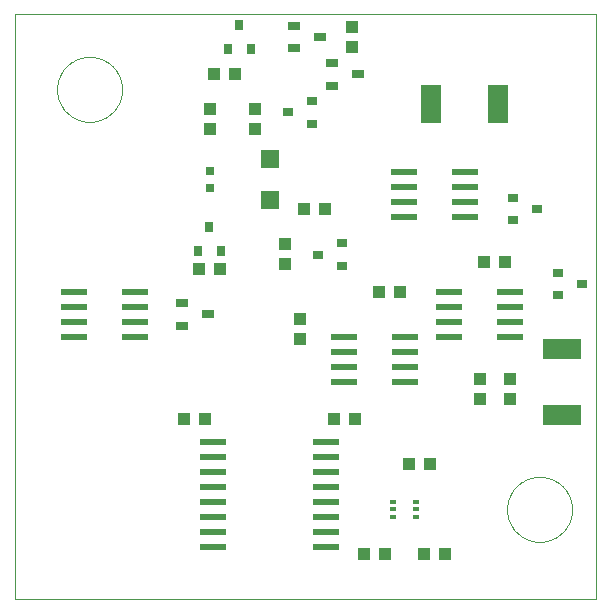
<source format=gtp>
G75*
%MOIN*%
%OFA0B0*%
%FSLAX25Y25*%
%IPPOS*%
%LPD*%
%AMOC8*
5,1,8,0,0,1.08239X$1,22.5*
%
%ADD10C,0.00000*%
%ADD11R,0.03937X0.04331*%
%ADD12R,0.04331X0.03937*%
%ADD13R,0.08661X0.02362*%
%ADD14R,0.03937X0.02756*%
%ADD15R,0.03150X0.03150*%
%ADD16R,0.05906X0.05906*%
%ADD17R,0.12598X0.07087*%
%ADD18R,0.07087X0.12598*%
%ADD19R,0.03100X0.03500*%
%ADD20R,0.03500X0.03100*%
%ADD21R,0.02362X0.01575*%
D10*
X0003450Y0001250D02*
X0003450Y0196211D01*
X0197151Y0196211D01*
X0197151Y0001250D01*
X0003450Y0001250D01*
X0017623Y0171250D02*
X0017626Y0171516D01*
X0017636Y0171781D01*
X0017652Y0172046D01*
X0017675Y0172311D01*
X0017704Y0172575D01*
X0017740Y0172839D01*
X0017782Y0173101D01*
X0017831Y0173362D01*
X0017886Y0173622D01*
X0017947Y0173881D01*
X0018015Y0174138D01*
X0018089Y0174393D01*
X0018169Y0174646D01*
X0018256Y0174898D01*
X0018348Y0175147D01*
X0018447Y0175393D01*
X0018552Y0175638D01*
X0018663Y0175879D01*
X0018779Y0176118D01*
X0018901Y0176354D01*
X0019030Y0176587D01*
X0019163Y0176816D01*
X0019303Y0177042D01*
X0019448Y0177265D01*
X0019598Y0177484D01*
X0019754Y0177700D01*
X0019915Y0177911D01*
X0020081Y0178119D01*
X0020252Y0178322D01*
X0020428Y0178521D01*
X0020609Y0178716D01*
X0020794Y0178906D01*
X0020984Y0179091D01*
X0021179Y0179272D01*
X0021378Y0179448D01*
X0021581Y0179619D01*
X0021789Y0179785D01*
X0022000Y0179946D01*
X0022216Y0180102D01*
X0022435Y0180252D01*
X0022658Y0180397D01*
X0022884Y0180537D01*
X0023113Y0180670D01*
X0023346Y0180799D01*
X0023582Y0180921D01*
X0023821Y0181037D01*
X0024062Y0181148D01*
X0024307Y0181253D01*
X0024553Y0181352D01*
X0024802Y0181444D01*
X0025054Y0181531D01*
X0025307Y0181611D01*
X0025562Y0181685D01*
X0025819Y0181753D01*
X0026078Y0181814D01*
X0026338Y0181869D01*
X0026599Y0181918D01*
X0026861Y0181960D01*
X0027125Y0181996D01*
X0027389Y0182025D01*
X0027654Y0182048D01*
X0027919Y0182064D01*
X0028184Y0182074D01*
X0028450Y0182077D01*
X0028716Y0182074D01*
X0028981Y0182064D01*
X0029246Y0182048D01*
X0029511Y0182025D01*
X0029775Y0181996D01*
X0030039Y0181960D01*
X0030301Y0181918D01*
X0030562Y0181869D01*
X0030822Y0181814D01*
X0031081Y0181753D01*
X0031338Y0181685D01*
X0031593Y0181611D01*
X0031846Y0181531D01*
X0032098Y0181444D01*
X0032347Y0181352D01*
X0032593Y0181253D01*
X0032838Y0181148D01*
X0033079Y0181037D01*
X0033318Y0180921D01*
X0033554Y0180799D01*
X0033787Y0180670D01*
X0034016Y0180537D01*
X0034242Y0180397D01*
X0034465Y0180252D01*
X0034684Y0180102D01*
X0034900Y0179946D01*
X0035111Y0179785D01*
X0035319Y0179619D01*
X0035522Y0179448D01*
X0035721Y0179272D01*
X0035916Y0179091D01*
X0036106Y0178906D01*
X0036291Y0178716D01*
X0036472Y0178521D01*
X0036648Y0178322D01*
X0036819Y0178119D01*
X0036985Y0177911D01*
X0037146Y0177700D01*
X0037302Y0177484D01*
X0037452Y0177265D01*
X0037597Y0177042D01*
X0037737Y0176816D01*
X0037870Y0176587D01*
X0037999Y0176354D01*
X0038121Y0176118D01*
X0038237Y0175879D01*
X0038348Y0175638D01*
X0038453Y0175393D01*
X0038552Y0175147D01*
X0038644Y0174898D01*
X0038731Y0174646D01*
X0038811Y0174393D01*
X0038885Y0174138D01*
X0038953Y0173881D01*
X0039014Y0173622D01*
X0039069Y0173362D01*
X0039118Y0173101D01*
X0039160Y0172839D01*
X0039196Y0172575D01*
X0039225Y0172311D01*
X0039248Y0172046D01*
X0039264Y0171781D01*
X0039274Y0171516D01*
X0039277Y0171250D01*
X0039274Y0170984D01*
X0039264Y0170719D01*
X0039248Y0170454D01*
X0039225Y0170189D01*
X0039196Y0169925D01*
X0039160Y0169661D01*
X0039118Y0169399D01*
X0039069Y0169138D01*
X0039014Y0168878D01*
X0038953Y0168619D01*
X0038885Y0168362D01*
X0038811Y0168107D01*
X0038731Y0167854D01*
X0038644Y0167602D01*
X0038552Y0167353D01*
X0038453Y0167107D01*
X0038348Y0166862D01*
X0038237Y0166621D01*
X0038121Y0166382D01*
X0037999Y0166146D01*
X0037870Y0165913D01*
X0037737Y0165684D01*
X0037597Y0165458D01*
X0037452Y0165235D01*
X0037302Y0165016D01*
X0037146Y0164800D01*
X0036985Y0164589D01*
X0036819Y0164381D01*
X0036648Y0164178D01*
X0036472Y0163979D01*
X0036291Y0163784D01*
X0036106Y0163594D01*
X0035916Y0163409D01*
X0035721Y0163228D01*
X0035522Y0163052D01*
X0035319Y0162881D01*
X0035111Y0162715D01*
X0034900Y0162554D01*
X0034684Y0162398D01*
X0034465Y0162248D01*
X0034242Y0162103D01*
X0034016Y0161963D01*
X0033787Y0161830D01*
X0033554Y0161701D01*
X0033318Y0161579D01*
X0033079Y0161463D01*
X0032838Y0161352D01*
X0032593Y0161247D01*
X0032347Y0161148D01*
X0032098Y0161056D01*
X0031846Y0160969D01*
X0031593Y0160889D01*
X0031338Y0160815D01*
X0031081Y0160747D01*
X0030822Y0160686D01*
X0030562Y0160631D01*
X0030301Y0160582D01*
X0030039Y0160540D01*
X0029775Y0160504D01*
X0029511Y0160475D01*
X0029246Y0160452D01*
X0028981Y0160436D01*
X0028716Y0160426D01*
X0028450Y0160423D01*
X0028184Y0160426D01*
X0027919Y0160436D01*
X0027654Y0160452D01*
X0027389Y0160475D01*
X0027125Y0160504D01*
X0026861Y0160540D01*
X0026599Y0160582D01*
X0026338Y0160631D01*
X0026078Y0160686D01*
X0025819Y0160747D01*
X0025562Y0160815D01*
X0025307Y0160889D01*
X0025054Y0160969D01*
X0024802Y0161056D01*
X0024553Y0161148D01*
X0024307Y0161247D01*
X0024062Y0161352D01*
X0023821Y0161463D01*
X0023582Y0161579D01*
X0023346Y0161701D01*
X0023113Y0161830D01*
X0022884Y0161963D01*
X0022658Y0162103D01*
X0022435Y0162248D01*
X0022216Y0162398D01*
X0022000Y0162554D01*
X0021789Y0162715D01*
X0021581Y0162881D01*
X0021378Y0163052D01*
X0021179Y0163228D01*
X0020984Y0163409D01*
X0020794Y0163594D01*
X0020609Y0163784D01*
X0020428Y0163979D01*
X0020252Y0164178D01*
X0020081Y0164381D01*
X0019915Y0164589D01*
X0019754Y0164800D01*
X0019598Y0165016D01*
X0019448Y0165235D01*
X0019303Y0165458D01*
X0019163Y0165684D01*
X0019030Y0165913D01*
X0018901Y0166146D01*
X0018779Y0166382D01*
X0018663Y0166621D01*
X0018552Y0166862D01*
X0018447Y0167107D01*
X0018348Y0167353D01*
X0018256Y0167602D01*
X0018169Y0167854D01*
X0018089Y0168107D01*
X0018015Y0168362D01*
X0017947Y0168619D01*
X0017886Y0168878D01*
X0017831Y0169138D01*
X0017782Y0169399D01*
X0017740Y0169661D01*
X0017704Y0169925D01*
X0017675Y0170189D01*
X0017652Y0170454D01*
X0017636Y0170719D01*
X0017626Y0170984D01*
X0017623Y0171250D01*
X0167623Y0031250D02*
X0167626Y0031516D01*
X0167636Y0031781D01*
X0167652Y0032046D01*
X0167675Y0032311D01*
X0167704Y0032575D01*
X0167740Y0032839D01*
X0167782Y0033101D01*
X0167831Y0033362D01*
X0167886Y0033622D01*
X0167947Y0033881D01*
X0168015Y0034138D01*
X0168089Y0034393D01*
X0168169Y0034646D01*
X0168256Y0034898D01*
X0168348Y0035147D01*
X0168447Y0035393D01*
X0168552Y0035638D01*
X0168663Y0035879D01*
X0168779Y0036118D01*
X0168901Y0036354D01*
X0169030Y0036587D01*
X0169163Y0036816D01*
X0169303Y0037042D01*
X0169448Y0037265D01*
X0169598Y0037484D01*
X0169754Y0037700D01*
X0169915Y0037911D01*
X0170081Y0038119D01*
X0170252Y0038322D01*
X0170428Y0038521D01*
X0170609Y0038716D01*
X0170794Y0038906D01*
X0170984Y0039091D01*
X0171179Y0039272D01*
X0171378Y0039448D01*
X0171581Y0039619D01*
X0171789Y0039785D01*
X0172000Y0039946D01*
X0172216Y0040102D01*
X0172435Y0040252D01*
X0172658Y0040397D01*
X0172884Y0040537D01*
X0173113Y0040670D01*
X0173346Y0040799D01*
X0173582Y0040921D01*
X0173821Y0041037D01*
X0174062Y0041148D01*
X0174307Y0041253D01*
X0174553Y0041352D01*
X0174802Y0041444D01*
X0175054Y0041531D01*
X0175307Y0041611D01*
X0175562Y0041685D01*
X0175819Y0041753D01*
X0176078Y0041814D01*
X0176338Y0041869D01*
X0176599Y0041918D01*
X0176861Y0041960D01*
X0177125Y0041996D01*
X0177389Y0042025D01*
X0177654Y0042048D01*
X0177919Y0042064D01*
X0178184Y0042074D01*
X0178450Y0042077D01*
X0178716Y0042074D01*
X0178981Y0042064D01*
X0179246Y0042048D01*
X0179511Y0042025D01*
X0179775Y0041996D01*
X0180039Y0041960D01*
X0180301Y0041918D01*
X0180562Y0041869D01*
X0180822Y0041814D01*
X0181081Y0041753D01*
X0181338Y0041685D01*
X0181593Y0041611D01*
X0181846Y0041531D01*
X0182098Y0041444D01*
X0182347Y0041352D01*
X0182593Y0041253D01*
X0182838Y0041148D01*
X0183079Y0041037D01*
X0183318Y0040921D01*
X0183554Y0040799D01*
X0183787Y0040670D01*
X0184016Y0040537D01*
X0184242Y0040397D01*
X0184465Y0040252D01*
X0184684Y0040102D01*
X0184900Y0039946D01*
X0185111Y0039785D01*
X0185319Y0039619D01*
X0185522Y0039448D01*
X0185721Y0039272D01*
X0185916Y0039091D01*
X0186106Y0038906D01*
X0186291Y0038716D01*
X0186472Y0038521D01*
X0186648Y0038322D01*
X0186819Y0038119D01*
X0186985Y0037911D01*
X0187146Y0037700D01*
X0187302Y0037484D01*
X0187452Y0037265D01*
X0187597Y0037042D01*
X0187737Y0036816D01*
X0187870Y0036587D01*
X0187999Y0036354D01*
X0188121Y0036118D01*
X0188237Y0035879D01*
X0188348Y0035638D01*
X0188453Y0035393D01*
X0188552Y0035147D01*
X0188644Y0034898D01*
X0188731Y0034646D01*
X0188811Y0034393D01*
X0188885Y0034138D01*
X0188953Y0033881D01*
X0189014Y0033622D01*
X0189069Y0033362D01*
X0189118Y0033101D01*
X0189160Y0032839D01*
X0189196Y0032575D01*
X0189225Y0032311D01*
X0189248Y0032046D01*
X0189264Y0031781D01*
X0189274Y0031516D01*
X0189277Y0031250D01*
X0189274Y0030984D01*
X0189264Y0030719D01*
X0189248Y0030454D01*
X0189225Y0030189D01*
X0189196Y0029925D01*
X0189160Y0029661D01*
X0189118Y0029399D01*
X0189069Y0029138D01*
X0189014Y0028878D01*
X0188953Y0028619D01*
X0188885Y0028362D01*
X0188811Y0028107D01*
X0188731Y0027854D01*
X0188644Y0027602D01*
X0188552Y0027353D01*
X0188453Y0027107D01*
X0188348Y0026862D01*
X0188237Y0026621D01*
X0188121Y0026382D01*
X0187999Y0026146D01*
X0187870Y0025913D01*
X0187737Y0025684D01*
X0187597Y0025458D01*
X0187452Y0025235D01*
X0187302Y0025016D01*
X0187146Y0024800D01*
X0186985Y0024589D01*
X0186819Y0024381D01*
X0186648Y0024178D01*
X0186472Y0023979D01*
X0186291Y0023784D01*
X0186106Y0023594D01*
X0185916Y0023409D01*
X0185721Y0023228D01*
X0185522Y0023052D01*
X0185319Y0022881D01*
X0185111Y0022715D01*
X0184900Y0022554D01*
X0184684Y0022398D01*
X0184465Y0022248D01*
X0184242Y0022103D01*
X0184016Y0021963D01*
X0183787Y0021830D01*
X0183554Y0021701D01*
X0183318Y0021579D01*
X0183079Y0021463D01*
X0182838Y0021352D01*
X0182593Y0021247D01*
X0182347Y0021148D01*
X0182098Y0021056D01*
X0181846Y0020969D01*
X0181593Y0020889D01*
X0181338Y0020815D01*
X0181081Y0020747D01*
X0180822Y0020686D01*
X0180562Y0020631D01*
X0180301Y0020582D01*
X0180039Y0020540D01*
X0179775Y0020504D01*
X0179511Y0020475D01*
X0179246Y0020452D01*
X0178981Y0020436D01*
X0178716Y0020426D01*
X0178450Y0020423D01*
X0178184Y0020426D01*
X0177919Y0020436D01*
X0177654Y0020452D01*
X0177389Y0020475D01*
X0177125Y0020504D01*
X0176861Y0020540D01*
X0176599Y0020582D01*
X0176338Y0020631D01*
X0176078Y0020686D01*
X0175819Y0020747D01*
X0175562Y0020815D01*
X0175307Y0020889D01*
X0175054Y0020969D01*
X0174802Y0021056D01*
X0174553Y0021148D01*
X0174307Y0021247D01*
X0174062Y0021352D01*
X0173821Y0021463D01*
X0173582Y0021579D01*
X0173346Y0021701D01*
X0173113Y0021830D01*
X0172884Y0021963D01*
X0172658Y0022103D01*
X0172435Y0022248D01*
X0172216Y0022398D01*
X0172000Y0022554D01*
X0171789Y0022715D01*
X0171581Y0022881D01*
X0171378Y0023052D01*
X0171179Y0023228D01*
X0170984Y0023409D01*
X0170794Y0023594D01*
X0170609Y0023784D01*
X0170428Y0023979D01*
X0170252Y0024178D01*
X0170081Y0024381D01*
X0169915Y0024589D01*
X0169754Y0024800D01*
X0169598Y0025016D01*
X0169448Y0025235D01*
X0169303Y0025458D01*
X0169163Y0025684D01*
X0169030Y0025913D01*
X0168901Y0026146D01*
X0168779Y0026382D01*
X0168663Y0026621D01*
X0168552Y0026862D01*
X0168447Y0027107D01*
X0168348Y0027353D01*
X0168256Y0027602D01*
X0168169Y0027854D01*
X0168089Y0028107D01*
X0168015Y0028362D01*
X0167947Y0028619D01*
X0167886Y0028878D01*
X0167831Y0029138D01*
X0167782Y0029399D01*
X0167740Y0029661D01*
X0167704Y0029925D01*
X0167675Y0030189D01*
X0167652Y0030454D01*
X0167636Y0030719D01*
X0167626Y0030984D01*
X0167623Y0031250D01*
D11*
X0146796Y0016250D03*
X0140104Y0016250D03*
X0126796Y0016250D03*
X0120104Y0016250D03*
X0098450Y0087904D03*
X0098450Y0094596D03*
X0125104Y0103750D03*
X0131796Y0103750D03*
X0160104Y0113750D03*
X0166796Y0113750D03*
X0106796Y0131250D03*
X0100104Y0131250D03*
X0071796Y0111250D03*
X0065104Y0111250D03*
X0070104Y0176250D03*
X0076796Y0176250D03*
D12*
X0083450Y0164596D03*
X0083450Y0157904D03*
X0068450Y0157904D03*
X0068450Y0164596D03*
X0093450Y0119596D03*
X0093450Y0112904D03*
X0110104Y0061250D03*
X0116796Y0061250D03*
X0135104Y0046250D03*
X0141796Y0046250D03*
X0158450Y0067904D03*
X0158450Y0074596D03*
X0168450Y0074596D03*
X0168450Y0067904D03*
X0066796Y0061250D03*
X0060104Y0061250D03*
X0115950Y0185404D03*
X0115950Y0192096D03*
D13*
X0133214Y0143750D03*
X0133214Y0138750D03*
X0133214Y0133750D03*
X0133214Y0128750D03*
X0153686Y0128750D03*
X0153686Y0133750D03*
X0153686Y0138750D03*
X0153686Y0143750D03*
X0148214Y0103750D03*
X0148214Y0098750D03*
X0148214Y0093750D03*
X0148214Y0088750D03*
X0133686Y0088750D03*
X0133686Y0083750D03*
X0133686Y0078750D03*
X0133686Y0073750D03*
X0113214Y0073750D03*
X0113214Y0078750D03*
X0113214Y0083750D03*
X0113214Y0088750D03*
X0107348Y0053750D03*
X0107348Y0048750D03*
X0107348Y0043750D03*
X0107348Y0038750D03*
X0107348Y0033750D03*
X0107348Y0028750D03*
X0107348Y0023750D03*
X0107348Y0018750D03*
X0069651Y0018750D03*
X0069651Y0023750D03*
X0069651Y0028750D03*
X0069651Y0033750D03*
X0069651Y0038750D03*
X0069651Y0043750D03*
X0069651Y0048750D03*
X0069651Y0053750D03*
X0043686Y0088750D03*
X0043686Y0093750D03*
X0043686Y0098750D03*
X0043686Y0103750D03*
X0023214Y0103750D03*
X0023214Y0098750D03*
X0023214Y0093750D03*
X0023214Y0088750D03*
X0168686Y0088750D03*
X0168686Y0093750D03*
X0168686Y0098750D03*
X0168686Y0103750D03*
D14*
X0109119Y0172510D03*
X0109119Y0179990D03*
X0117781Y0176250D03*
X0105281Y0188750D03*
X0096619Y0185010D03*
X0096619Y0192490D03*
X0059119Y0099990D03*
X0059119Y0092510D03*
X0067781Y0096250D03*
D15*
X0068450Y0138297D03*
X0068450Y0144203D03*
D16*
X0088450Y0148140D03*
X0088450Y0134360D03*
D17*
X0185950Y0084774D03*
X0185950Y0062726D03*
D18*
X0164474Y0166250D03*
X0142426Y0166250D03*
D19*
X0082150Y0184750D03*
X0074550Y0184750D03*
X0078350Y0192750D03*
X0068350Y0125250D03*
X0064550Y0117250D03*
X0072150Y0117250D03*
D20*
X0104450Y0116150D03*
X0112450Y0112350D03*
X0112450Y0119950D03*
X0102450Y0159850D03*
X0102450Y0167450D03*
X0094450Y0163650D03*
X0169450Y0135150D03*
X0169450Y0127550D03*
X0177450Y0131350D03*
X0184450Y0110150D03*
X0184450Y0102550D03*
X0192450Y0106350D03*
D21*
X0137190Y0033809D03*
X0137190Y0031250D03*
X0137190Y0028691D03*
X0129710Y0028691D03*
X0129710Y0031250D03*
X0129710Y0033809D03*
M02*

</source>
